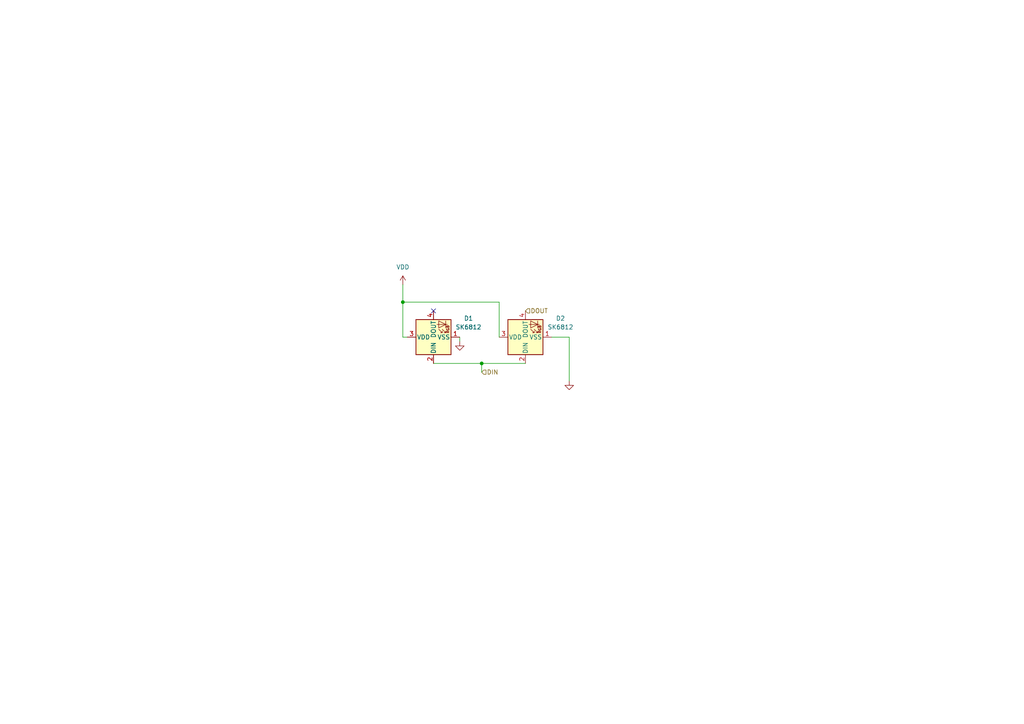
<source format=kicad_sch>
(kicad_sch (version 20250114) (generator "eeschema") (generator_version "9.0")
  (paper "A4")
  (lib_symbols
    (symbol "LED:SK6812" (pin_names (offset 0.254))
      (property "Reference" "D" (at 5.08 5.715 0))
      (property "Value" "SK6812" (at 1.27 -5.715 0))
      (symbol "SK6812_0_0"
        (text "RGB" (at 2.286 -4.191 0) (effects (font (size 0.762 0.762))))
      )
      (symbol "SK6812_0_1"
        (polyline (pts (xy 1.27 -2.54) (xy 1.778 -2.54)))
        (polyline (pts (xy 1.27 -3.556) (xy 1.778 -3.556)))
        (polyline (pts (xy 2.286 -1.524) (xy 1.27 -2.54) (xy 1.27 -2.032)))
        (polyline (pts (xy 2.286 -2.54) (xy 1.27 -3.556) (xy 1.27 -3.048)))
        (polyline (pts (xy 3.683 -1.016) (xy 3.683 -3.556) (xy 3.683 -4.064)))
        (polyline (pts (xy 4.699 -1.524) (xy 2.667 -1.524) (xy 3.683 -3.556) (xy 4.699 -1.524)))
        (polyline (pts (xy 4.699 -3.556) (xy 2.667 -3.556)))
        (rectangle (start 5.08 5.08) (end -5.08 -5.08) (stroke (width 0.254)) (fill (type background)))
      )
      (symbol "SK6812_1_1"
        (pin input line (at -7.62 0 0) (length 2.54) (name "DIN") (number "2"))
        (pin power_in line (at 0 7.62 270) (length 2.54) (name "VDD") (number "3"))
        (pin power_in line (at 0 -7.62 90) (length 2.54) (name "VSS") (number "1"))
        (pin output line (at 7.62 0 180) (length 2.54) (name "DOUT") (number "4"))
      )
    )
    (symbol "power:GND" (power) (pin_numbers (hide yes)) (pin_names (offset 0) (hide yes))
      (property "Value" "GND" (at 0 -3.81 0))
      (symbol "GND_0_1"
        (polyline (pts (xy 0 0) (xy 0 -1.27) (xy 1.27 -1.27) (xy 0 -2.54) (xy -1.27 -1.27) (xy 0 -1.27)))
      )
      (symbol "GND_1_1"
        (pin power_in line (at 0 0 270) (length 0) (name "~") (number "1"))
      )
    )
    (symbol "power:VDD" (power) (pin_numbers (hide yes)) (pin_names (offset 0) (hide yes))
      (property "Value" "VDD" (at 0 3.556 0))
      (symbol "VDD_0_1"
        (polyline (pts (xy -0.762 1.27) (xy 0 2.54)))
        (polyline (pts (xy 0 2.54) (xy 0.762 1.27)))
        (polyline (pts (xy 0 0) (xy 0 2.54)))
      )
      (symbol "VDD_1_1"
        (pin power_in line (at 0 0 90) (length 0) (name "~") (number "1"))
      )
    )
  )
  (junction (at 116.84 87.63))
  (junction (at 139.7 105.41))
  (no_connect (at 125.73 90.17))
  (wire (pts (xy 116.84 87.63) (xy 116.84 97.79)))
  (wire (pts (xy 160.02 97.79) (xy 165.1 97.79)))
  (wire (pts (xy 116.84 97.79) (xy 118.11 97.79)))
  (wire (pts (xy 139.7 107.95) (xy 139.7 105.41)))
  (wire (pts (xy 165.1 97.79) (xy 165.1 110.49)))
  (wire (pts (xy 125.73 105.41) (xy 139.7 105.41)))
  (wire (pts (xy 139.7 105.41) (xy 152.4 105.41)))
  (wire (pts (xy 133.35 97.79) (xy 133.35 99.06)))
  (wire (pts (xy 144.78 97.79) (xy 144.78 87.63)))
  (wire (pts (xy 116.84 82.55) (xy 116.84 87.63)))
  (wire (pts (xy 116.84 87.63) (xy 144.78 87.63)))
  (hierarchical_label "DIN" (shape input) (at 139.7 107.95 0))
  (hierarchical_label "DOUT" (shape input) (at 152.4 90.17 0))
  (symbol (lib_id "power:GND") (at 165.1 110.49 0) (unit 1)
    (property "Reference" "#PWR052" (effects (hide yes)))
    (property "Value" "GND" (effects (hide yes)))
    (property "Description" "Power symbol creates a global label with name \"GND\" , ground" (effects (hide yes)))
    (instances (project "mcuboard" (path "" (reference "#PWR052") (unit 1)) (path "" (reference "#PWR060") (unit 1)) (path "" (reference "#PWR067") (unit 1)) (path "" (reference "#PWR066") (unit 1)) (path "" (reference "#PWR065") (unit 1)) (path "" (reference "#PWR053") (unit 1)) (path "" (reference "#PWR057") (unit 1)) (path "" (reference "#PWR054") (unit 1))))
  )
  (symbol (lib_id "LED:SK6812") (at 125.73 97.79 90) (unit 1)
    (property "Reference" "D1" (at 135.89 92.3446 90))
    (property "Value" "SK6812" (at 135.89 94.8846 90))
    (property "Footprint" "LED_SMD:LED_SK6812_PLCC4_5.0x5.0mm_P3.2mm" (effects (hide yes)))
    (property "Datasheet" "https://cdn-shop.adafruit.com/product-files/1138/SK6812+LED+datasheet+.pdf" (effects (hide yes)))
    (property "Description" "RGB LED with integrated controller" (effects (hide yes)))
    (instances (project "mcuboard" (path "" (reference "D1") (unit 1)) (path "" (reference "D13") (unit 1)) (path "" (reference "D15") (unit 1)) (path "" (reference "D9") (unit 1)) (path "" (reference "D7") (unit 1)) (path "" (reference "D3") (unit 1)) (path "" (reference "D11") (unit 1)) (path "" (reference "D5") (unit 1))))
  )
  (symbol (lib_id "power:GND") (at 133.35 99.06 0) (unit 1)
    (property "Reference" "#PWR044" (effects (hide yes)))
    (property "Value" "GND" (effects (hide yes)))
    (property "Description" "Power symbol creates a global label with name \"GND\" , ground" (effects (hide yes)))
    (instances (project "mcuboard" (path "" (reference "#PWR044") (unit 1)) (path "" (reference "#PWR048") (unit 1)) (path "" (reference "#PWR051") (unit 1)) (path "" (reference "#PWR050") (unit 1)) (path "" (reference "#PWR049") (unit 1)) (path "" (reference "#PWR045") (unit 1)) (path "" (reference "#PWR047") (unit 1)) (path "" (reference "#PWR046") (unit 1))))
  )
  (symbol (lib_id "power:VDD") (at 116.84 82.55 0) (unit 1)
    (property "Reference" "#PWR096" (effects (hide yes)))
    (property "Value" "VDD" (at 116.84 77.47 0))
    (property "Description" "Power symbol creates a global label with name \"VDD\"" (effects (hide yes)))
    (instances (project "mcuboard" (path "" (reference "#PWR096") (unit 1)) (path "" (reference "#PWR0103") (unit 1)) (path "" (reference "#PWR0111") (unit 1)) (path "" (reference "#PWR0112") (unit 1)) (path "" (reference "#PWR0104") (unit 1)) (path "" (reference "#PWR098") (unit 1)) (path "" (reference "#PWR0101") (unit 1)) (path "" (reference "#PWR099") (unit 1))))
  )
  (symbol (lib_id "LED:SK6812") (at 152.4 97.79 90) (unit 1)
    (property "Reference" "D2" (at 162.56 92.3446 90))
    (property "Value" "SK6812" (at 162.56 94.8846 90))
    (property "Footprint" "LED_SMD:LED_SK6812_PLCC4_5.0x5.0mm_P3.2mm" (effects (hide yes)))
    (property "Datasheet" "https://cdn-shop.adafruit.com/product-files/1138/SK6812+LED+datasheet+.pdf" (effects (hide yes)))
    (property "Description" "RGB LED with integrated controller" (effects (hide yes)))
    (instances (project "mcuboard" (path "" (reference "D2") (unit 1)) (path "" (reference "D14") (unit 1)) (path "" (reference "D16") (unit 1)) (path "" (reference "D10") (unit 1)) (path "" (reference "D8") (unit 1)) (path "" (reference "D4") (unit 1)) (path "" (reference "D12") (unit 1)) (path "" (reference "D6") (unit 1))))
  )
)
</source>
